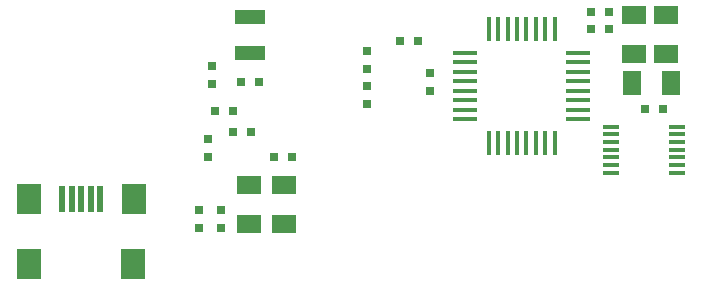
<source format=gtp>
G04 (created by PCBNEW-RS274X (2011-11-27 BZR 3249)-stable) date 20/12/2011 2:44:13 p.m.*
G01*
G70*
G90*
%MOIN*%
G04 Gerber Fmt 3.4, Leading zero omitted, Abs format*
%FSLAX34Y34*%
G04 APERTURE LIST*
%ADD10C,0.006000*%
%ADD11R,0.031500X0.025000*%
%ADD12R,0.080000X0.060000*%
%ADD13R,0.060000X0.080000*%
%ADD14R,0.100000X0.050000*%
%ADD15R,0.055000X0.017000*%
%ADD16R,0.078700X0.017700*%
%ADD17R,0.017700X0.078700*%
%ADD18R,0.025000X0.031500*%
%ADD19R,0.078700X0.098400*%
%ADD20R,0.019700X0.090600*%
G04 APERTURE END LIST*
G54D10*
G54D11*
X06418Y-07842D03*
X06418Y-07242D03*
X07138Y-07842D03*
X07138Y-07242D03*
G54D12*
X08088Y-07702D03*
X08088Y-06402D03*
X09238Y-07702D03*
X09238Y-06402D03*
G54D13*
X20838Y-03022D03*
X22138Y-03022D03*
G54D12*
X21968Y-00752D03*
X21968Y-02052D03*
X20908Y-00752D03*
X20908Y-02052D03*
G54D14*
X08098Y-00822D03*
X08098Y-02022D03*
G54D15*
X20128Y-04472D03*
X20128Y-04722D03*
X20128Y-04982D03*
X20128Y-05232D03*
X20128Y-05492D03*
X20128Y-05747D03*
X20128Y-06002D03*
X22328Y-06002D03*
X22328Y-05747D03*
X22328Y-05492D03*
X22328Y-05232D03*
X22328Y-04977D03*
X22328Y-04722D03*
X22328Y-04467D03*
G54D16*
X15282Y-04215D03*
X15282Y-03900D03*
X15282Y-03585D03*
X15282Y-03270D03*
X15282Y-02955D03*
X15282Y-02640D03*
X15282Y-02325D03*
X15282Y-02010D03*
X19048Y-02012D03*
X19048Y-04222D03*
X19048Y-03902D03*
X19048Y-03582D03*
X19048Y-03272D03*
X19048Y-02952D03*
X19048Y-02642D03*
X19048Y-02322D03*
G54D17*
X16066Y-01222D03*
X16380Y-01222D03*
X16696Y-01222D03*
X17010Y-01222D03*
X17326Y-01222D03*
X17640Y-01222D03*
X17956Y-01222D03*
X18270Y-01222D03*
X16068Y-05002D03*
X16378Y-05002D03*
X16698Y-05002D03*
X17008Y-05002D03*
X17318Y-05002D03*
X17638Y-05002D03*
X17958Y-05002D03*
X18278Y-05002D03*
G54D18*
X20078Y-00642D03*
X19478Y-00642D03*
X20078Y-01212D03*
X19478Y-01212D03*
G54D11*
X06718Y-05472D03*
X06718Y-04872D03*
G54D18*
X07538Y-03952D03*
X06938Y-03952D03*
X09518Y-05482D03*
X08918Y-05482D03*
X08138Y-04652D03*
X07538Y-04652D03*
G54D11*
X12018Y-03722D03*
X12018Y-03122D03*
G54D18*
X07798Y-02972D03*
X08398Y-02972D03*
G54D11*
X06858Y-02432D03*
X06858Y-03032D03*
X12008Y-01932D03*
X12008Y-02532D03*
G54D18*
X13118Y-01622D03*
X13718Y-01622D03*
X21288Y-03872D03*
X21888Y-03872D03*
G54D11*
X14098Y-02672D03*
X14098Y-03272D03*
G54D19*
X04212Y-09056D03*
X00728Y-09056D03*
X04232Y-06891D03*
X00728Y-06891D03*
G54D20*
X02480Y-06891D03*
X02165Y-06891D03*
X01850Y-06891D03*
X02795Y-06891D03*
X03110Y-06891D03*
M02*

</source>
